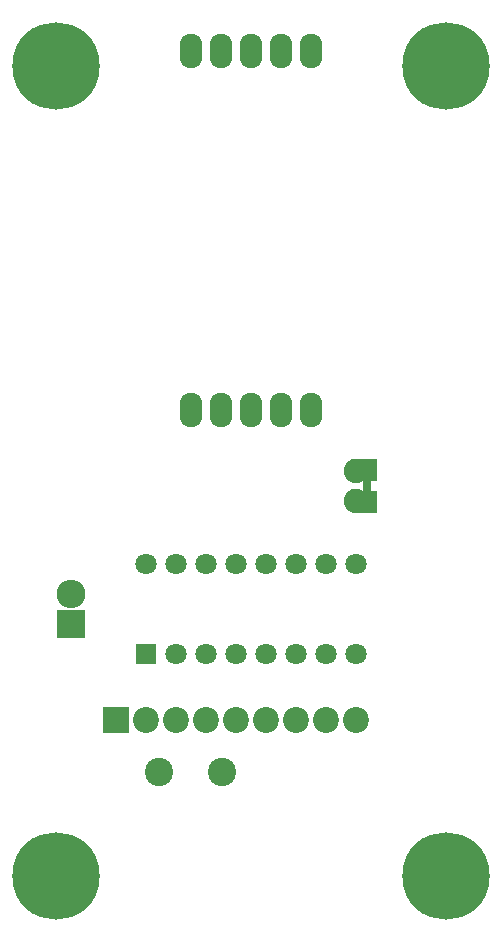
<source format=gts>
G04 #@! TF.FileFunction,Soldermask,Top*
%FSLAX46Y46*%
G04 Gerber Fmt 4.6, Leading zero omitted, Abs format (unit mm)*
G04 Created by KiCad (PCBNEW 4.0.7-e2-6376~58~ubuntu16.04.1) date Sun Sep 17 16:26:58 2017*
%MOMM*%
%LPD*%
G01*
G04 APERTURE LIST*
%ADD10C,0.050800*%
%ADD11O,1.924000X2.940000*%
%ADD12C,2.400000*%
%ADD13C,2.076400*%
%ADD14R,1.700000X1.900000*%
%ADD15R,0.800000X1.900000*%
%ADD16C,7.400000*%
%ADD17R,1.797000X1.797000*%
%ADD18C,1.797000*%
%ADD19R,2.432000X2.432000*%
%ADD20O,2.432000X2.432000*%
%ADD21R,2.200000X2.200000*%
%ADD22C,2.200000*%
G04 APERTURE END LIST*
D10*
D11*
X96520000Y-110451900D03*
X99060000Y-110451900D03*
X101600000Y-110451900D03*
X104140000Y-110451900D03*
X106680000Y-110451900D03*
X106680000Y-80048100D03*
X104140000Y-80048100D03*
X101600000Y-80048100D03*
X99060000Y-80048100D03*
X96520000Y-80048100D03*
D12*
X93870000Y-141074000D03*
X99170000Y-141074000D03*
D13*
X110490000Y-115570000D03*
X110490000Y-118110000D03*
D14*
X111490000Y-115490000D03*
X111490000Y-118190000D03*
D15*
X111490000Y-116140000D03*
X111490000Y-117540000D03*
D16*
X118110000Y-81280000D03*
X85090000Y-81280000D03*
X118110000Y-149860000D03*
X85090000Y-149860000D03*
D17*
X92710000Y-131064000D03*
D18*
X95250000Y-131064000D03*
X97790000Y-131064000D03*
X100330000Y-131064000D03*
X102870000Y-131064000D03*
X105410000Y-131064000D03*
X107950000Y-131064000D03*
X110490000Y-131064000D03*
X110490000Y-123444000D03*
X107950000Y-123444000D03*
X105410000Y-123444000D03*
X102870000Y-123444000D03*
X100330000Y-123444000D03*
X97790000Y-123444000D03*
X95250000Y-123444000D03*
X92710000Y-123444000D03*
D19*
X86360000Y-128524000D03*
D20*
X86360000Y-125984000D03*
D21*
X90170000Y-136652000D03*
D22*
X92710000Y-136652000D03*
X95250000Y-136652000D03*
X97790000Y-136652000D03*
X100330000Y-136652000D03*
X102870000Y-136652000D03*
X105410000Y-136652000D03*
X107950000Y-136652000D03*
X110490000Y-136652000D03*
M02*

</source>
